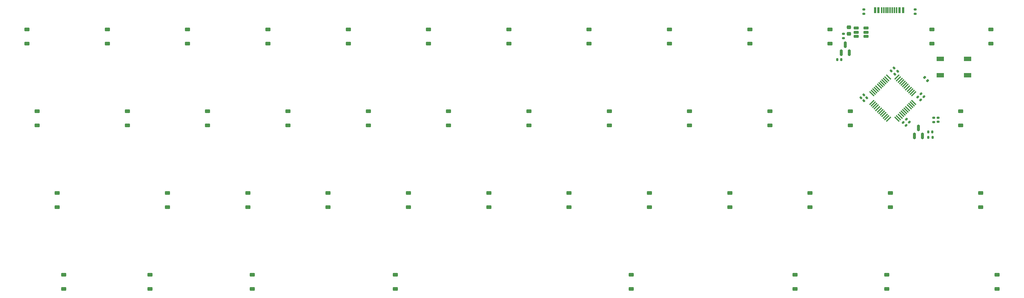
<source format=gbr>
%TF.GenerationSoftware,KiCad,Pcbnew,(7.99.0-267-g8440d7258b)*%
%TF.CreationDate,2023-05-07T03:38:39-07:00*%
%TF.ProjectId,minibaen r2,6d696e69-6261-4656-9e20-72322e6b6963,rev?*%
%TF.SameCoordinates,Original*%
%TF.FileFunction,Paste,Bot*%
%TF.FilePolarity,Positive*%
%FSLAX46Y46*%
G04 Gerber Fmt 4.6, Leading zero omitted, Abs format (unit mm)*
G04 Created by KiCad (PCBNEW (7.99.0-267-g8440d7258b)) date 2023-05-07 03:38:39*
%MOMM*%
%LPD*%
G01*
G04 APERTURE LIST*
G04 Aperture macros list*
%AMRoundRect*
0 Rectangle with rounded corners*
0 $1 Rounding radius*
0 $2 $3 $4 $5 $6 $7 $8 $9 X,Y pos of 4 corners*
0 Add a 4 corners polygon primitive as box body*
4,1,4,$2,$3,$4,$5,$6,$7,$8,$9,$2,$3,0*
0 Add four circle primitives for the rounded corners*
1,1,$1+$1,$2,$3*
1,1,$1+$1,$4,$5*
1,1,$1+$1,$6,$7*
1,1,$1+$1,$8,$9*
0 Add four rect primitives between the rounded corners*
20,1,$1+$1,$2,$3,$4,$5,0*
20,1,$1+$1,$4,$5,$6,$7,0*
20,1,$1+$1,$6,$7,$8,$9,0*
20,1,$1+$1,$8,$9,$2,$3,0*%
G04 Aperture macros list end*
%ADD10RoundRect,0.225000X0.375000X-0.225000X0.375000X0.225000X-0.375000X0.225000X-0.375000X-0.225000X0*%
%ADD11RoundRect,0.140000X0.021213X-0.219203X0.219203X-0.021213X-0.021213X0.219203X-0.219203X0.021213X0*%
%ADD12RoundRect,0.140000X-0.219203X-0.021213X-0.021213X-0.219203X0.219203X0.021213X0.021213X0.219203X0*%
%ADD13RoundRect,0.135000X-0.185000X0.135000X-0.185000X-0.135000X0.185000X-0.135000X0.185000X0.135000X0*%
%ADD14RoundRect,0.140000X-0.140000X-0.170000X0.140000X-0.170000X0.140000X0.170000X-0.140000X0.170000X0*%
%ADD15RoundRect,0.150000X0.475000X0.150000X-0.475000X0.150000X-0.475000X-0.150000X0.475000X-0.150000X0*%
%ADD16R,1.700000X1.000000*%
%ADD17RoundRect,0.150000X0.150000X-0.587500X0.150000X0.587500X-0.150000X0.587500X-0.150000X-0.587500X0*%
%ADD18RoundRect,0.140000X0.140000X0.170000X-0.140000X0.170000X-0.140000X-0.170000X0.140000X-0.170000X0*%
%ADD19RoundRect,0.135000X-0.135000X-0.185000X0.135000X-0.185000X0.135000X0.185000X-0.135000X0.185000X0*%
%ADD20RoundRect,0.135000X-0.226274X-0.035355X-0.035355X-0.226274X0.226274X0.035355X0.035355X0.226274X0*%
%ADD21RoundRect,0.075000X0.521491X-0.415425X-0.415425X0.521491X-0.521491X0.415425X0.415425X-0.521491X0*%
%ADD22RoundRect,0.075000X0.521491X0.415425X0.415425X0.521491X-0.521491X-0.415425X-0.415425X-0.521491X0*%
%ADD23RoundRect,0.140000X0.170000X-0.140000X0.170000X0.140000X-0.170000X0.140000X-0.170000X-0.140000X0*%
%ADD24R,0.600000X1.450000*%
%ADD25R,0.300000X1.450000*%
%ADD26RoundRect,0.218750X-0.256250X0.218750X-0.256250X-0.218750X0.256250X-0.218750X0.256250X0.218750X0*%
G04 APERTURE END LIST*
D10*
%TO.C,D41*%
X88773000Y-60578000D03*
X88773000Y-57278000D03*
%TD*%
D11*
%TO.C,C11*%
X197030589Y-16049411D03*
X197709411Y-15370589D03*
%TD*%
D10*
%TO.C,D8*%
X133860000Y-3428000D03*
X133860000Y-128000D03*
%TD*%
D11*
%TO.C,C10*%
X197739000Y-16748572D03*
X198417822Y-16069750D03*
%TD*%
D12*
%TO.C,C13*%
X207660589Y-21020589D03*
X208339411Y-21699411D03*
%TD*%
D10*
%TO.C,D27*%
X35790000Y-41528000D03*
X35790000Y-38228000D03*
%TD*%
%TO.C,D12*%
X213614000Y-3428000D03*
X213614000Y-128000D03*
%TD*%
D13*
%TO.C,R10*%
X214035000Y-20661000D03*
X214035000Y-21681000D03*
%TD*%
D10*
%TO.C,D6*%
X96500000Y-3428000D03*
X96500000Y-128000D03*
%TD*%
D11*
%TO.C,C9*%
X204130589Y-9737411D03*
X204809411Y-9058589D03*
%TD*%
D10*
%TO.C,D32*%
X129190000Y-41528000D03*
X129190000Y-38228000D03*
%TD*%
%TO.C,D25*%
X220255000Y-22478000D03*
X220255000Y-19178000D03*
%TD*%
%TO.C,D11*%
X189900000Y-3428000D03*
X189900000Y-128000D03*
%TD*%
%TO.C,D24*%
X194570000Y-22478000D03*
X194570000Y-19178000D03*
%TD*%
%TO.C,D42*%
X143637000Y-60578000D03*
X143637000Y-57278000D03*
%TD*%
%TO.C,D7*%
X115180000Y-3428000D03*
X115180000Y-128000D03*
%TD*%
%TO.C,D37*%
X224925000Y-41528000D03*
X224925000Y-38228000D03*
%TD*%
D14*
%TO.C,C17*%
X191572000Y-7112000D03*
X192532000Y-7112000D03*
%TD*%
D11*
%TO.C,C8*%
X204902000Y-10496000D03*
X205580822Y-9817178D03*
%TD*%
D10*
%TO.C,D38*%
X11674995Y-60578000D03*
X11674995Y-57278000D03*
%TD*%
D15*
%TO.C,U3*%
X198279000Y188000D03*
X198279000Y-762000D03*
X198279000Y-1712000D03*
X195929000Y-1712000D03*
X195929000Y-762000D03*
X195929000Y188000D03*
%TD*%
D10*
%TO.C,D44*%
X203073000Y-60578000D03*
X203073000Y-57278000D03*
%TD*%
D16*
%TO.C,SW46*%
X221861572Y-6994999D03*
X215561572Y-6994999D03*
X221861572Y-10794999D03*
X215561572Y-10794999D03*
%TD*%
D10*
%TO.C,D5*%
X77820000Y-3428000D03*
X77820000Y-128000D03*
%TD*%
%TO.C,D13*%
X227260000Y-3428000D03*
X227260000Y-128000D03*
%TD*%
D17*
%TO.C,Q1*%
X211389000Y-24940500D03*
X209489000Y-24940500D03*
X210439000Y-23065500D03*
%TD*%
D12*
%TO.C,C15*%
X211030178Y-15069178D03*
X211709000Y-15748000D03*
%TD*%
D10*
%TO.C,D39*%
X31675000Y-60578000D03*
X31675000Y-57278000D03*
%TD*%
%TO.C,D36*%
X203910000Y-41528000D03*
X203910000Y-38228000D03*
%TD*%
%TO.C,D30*%
X91830000Y-41528000D03*
X91830000Y-38228000D03*
%TD*%
%TO.C,D22*%
X157210000Y-22478000D03*
X157210000Y-19178000D03*
%TD*%
%TO.C,D3*%
X40460000Y-3428000D03*
X40460000Y-128000D03*
%TD*%
%TO.C,D28*%
X54470000Y-41528000D03*
X54470000Y-38228000D03*
%TD*%
%TO.C,D40*%
X55487500Y-60578000D03*
X55487500Y-57278000D03*
%TD*%
D18*
%TO.C,C19*%
X213685000Y-24003000D03*
X212725000Y-24003000D03*
%TD*%
D10*
%TO.C,D1*%
X3100000Y-3428000D03*
X3100000Y-128000D03*
%TD*%
%TO.C,D15*%
X26450000Y-22478000D03*
X26450000Y-19178000D03*
%TD*%
%TO.C,D43*%
X181737000Y-60578000D03*
X181737000Y-57278000D03*
%TD*%
%TO.C,D19*%
X101170000Y-22478000D03*
X101170000Y-19178000D03*
%TD*%
%TO.C,D31*%
X110510000Y-41528000D03*
X110510000Y-38228000D03*
%TD*%
%TO.C,D17*%
X63810000Y-22478000D03*
X63810000Y-19178000D03*
%TD*%
D19*
%TO.C,R12*%
X212723000Y-25273000D03*
X213743000Y-25273000D03*
%TD*%
D10*
%TO.C,D2*%
X21780000Y-3428000D03*
X21780000Y-128000D03*
%TD*%
D13*
%TO.C,R8*%
X197739000Y4574000D03*
X197739000Y3554000D03*
%TD*%
D20*
%TO.C,R11*%
X211856376Y-11323376D03*
X212577624Y-12044624D03*
%TD*%
D17*
%TO.C,U4*%
X194371000Y-5509500D03*
X192471000Y-5509500D03*
X193421000Y-3634500D03*
%TD*%
D12*
%TO.C,C12*%
X206924589Y-21758589D03*
X207603411Y-22437411D03*
%TD*%
D10*
%TO.C,D18*%
X82490000Y-22478000D03*
X82490000Y-19178000D03*
%TD*%
%TO.C,D21*%
X138530000Y-22478000D03*
X138530000Y-19178000D03*
%TD*%
%TO.C,D20*%
X119850000Y-22478000D03*
X119850000Y-19178000D03*
%TD*%
D21*
%TO.C,U5*%
X209357876Y-17127788D03*
X209004322Y-17481342D03*
X208650769Y-17834895D03*
X208297215Y-18188449D03*
X207943662Y-18542002D03*
X207590109Y-18895555D03*
X207236555Y-19249109D03*
X206883002Y-19602662D03*
X206529449Y-19956215D03*
X206175895Y-20309769D03*
X205822342Y-20663322D03*
X205468788Y-21016876D03*
D22*
X203471212Y-21016876D03*
X203117658Y-20663322D03*
X202764105Y-20309769D03*
X202410551Y-19956215D03*
X202056998Y-19602662D03*
X201703445Y-19249109D03*
X201349891Y-18895555D03*
X200996338Y-18542002D03*
X200642785Y-18188449D03*
X200289231Y-17834895D03*
X199935678Y-17481342D03*
X199582124Y-17127788D03*
D21*
X199582124Y-15130212D03*
X199935678Y-14776658D03*
X200289231Y-14423105D03*
X200642785Y-14069551D03*
X200996338Y-13715998D03*
X201349891Y-13362445D03*
X201703445Y-13008891D03*
X202056998Y-12655338D03*
X202410551Y-12301785D03*
X202764105Y-11948231D03*
X203117658Y-11594678D03*
X203471212Y-11241124D03*
D22*
X205468788Y-11241124D03*
X205822342Y-11594678D03*
X206175895Y-11948231D03*
X206529449Y-12301785D03*
X206883002Y-12655338D03*
X207236555Y-13008891D03*
X207590109Y-13362445D03*
X207943662Y-13715998D03*
X208297215Y-14069551D03*
X208650769Y-14423105D03*
X209004322Y-14776658D03*
X209357876Y-15130212D03*
%TD*%
D10*
%TO.C,D14*%
X5435000Y-22478000D03*
X5435000Y-19178000D03*
%TD*%
%TO.C,D9*%
X152540000Y-3428000D03*
X152540000Y-128000D03*
%TD*%
%TO.C,D4*%
X59140000Y-3428000D03*
X59140000Y-128000D03*
%TD*%
D23*
%TO.C,C16*%
X193040000Y-2131000D03*
X193040000Y-1171000D03*
%TD*%
D10*
%TO.C,D45*%
X228727000Y-60578000D03*
X228727000Y-57278000D03*
%TD*%
%TO.C,D35*%
X185230000Y-41528000D03*
X185230000Y-38228000D03*
%TD*%
%TO.C,D34*%
X166550000Y-41528000D03*
X166550000Y-38228000D03*
%TD*%
%TO.C,D10*%
X171220000Y-3428000D03*
X171220000Y-128000D03*
%TD*%
D13*
%TO.C,R9*%
X209677000Y4574000D03*
X209677000Y3554000D03*
%TD*%
D10*
%TO.C,D33*%
X147870000Y-41528000D03*
X147870000Y-38228000D03*
%TD*%
D24*
%TO.C,J1*%
X200371499Y4388999D03*
X201171499Y4388999D03*
D25*
X202371499Y4388999D03*
X203371499Y4388999D03*
X203871499Y4388999D03*
X204871499Y4388999D03*
D24*
X206071499Y4388999D03*
X206871499Y4388999D03*
X206871499Y4388999D03*
X206071499Y4388999D03*
D25*
X205371499Y4388999D03*
X204371499Y4388999D03*
X202871499Y4388999D03*
X201871499Y4388999D03*
D24*
X201171499Y4388999D03*
X200371499Y4388999D03*
%TD*%
D10*
%TO.C,D29*%
X73150000Y-41528000D03*
X73150000Y-38228000D03*
%TD*%
%TO.C,D26*%
X10105000Y-41528000D03*
X10105000Y-38228000D03*
%TD*%
%TO.C,D23*%
X175890000Y-22478000D03*
X175890000Y-19178000D03*
%TD*%
D12*
%TO.C,C14*%
X210268178Y-15831178D03*
X210947000Y-16510000D03*
%TD*%
D26*
%TO.C,F2*%
X194310000Y406500D03*
X194310000Y-1168500D03*
%TD*%
D23*
%TO.C,C18*%
X215051000Y-21653000D03*
X215051000Y-20693000D03*
%TD*%
D10*
%TO.C,D16*%
X45130000Y-22478000D03*
X45130000Y-19178000D03*
%TD*%
M02*

</source>
